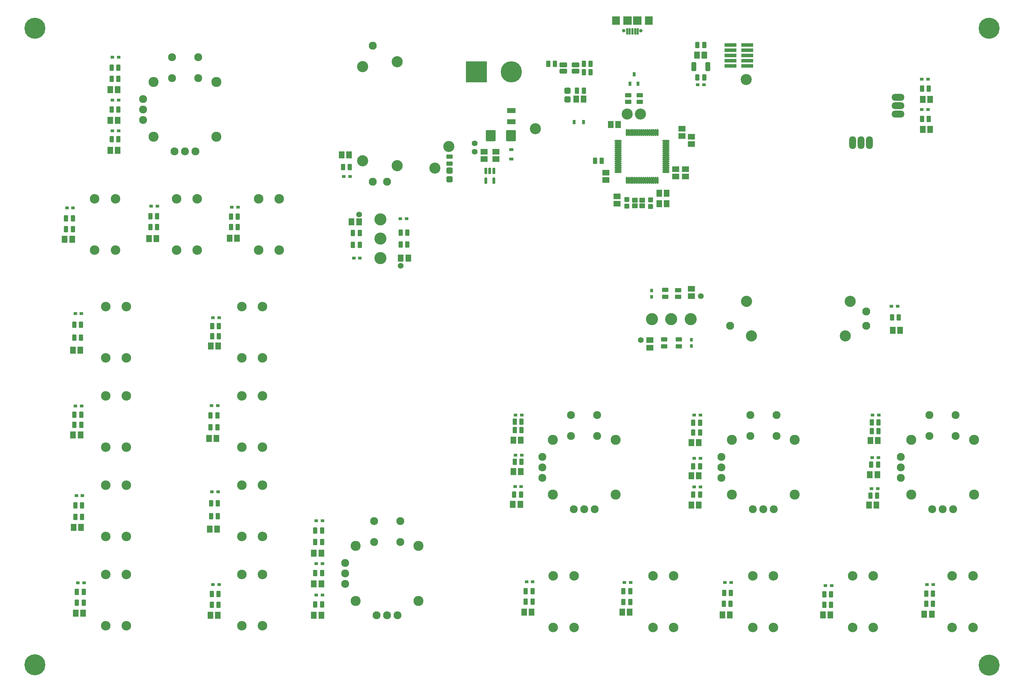
<source format=gts>
G04*
G04 #@! TF.GenerationSoftware,Altium Limited,Altium Designer,19.1.7 (138)*
G04*
G04 Layer_Color=8388736*
%FSAX25Y25*%
%MOIN*%
G70*
G01*
G75*
%ADD43O,0.06890X0.01772*%
%ADD44O,0.01772X0.06890*%
%ADD45R,0.03071X0.03858*%
G04:AMPARAMS|DCode=46|XSize=55.12mil|YSize=45.28mil|CornerRadius=5.91mil|HoleSize=0mil|Usage=FLASHONLY|Rotation=180.000|XOffset=0mil|YOffset=0mil|HoleType=Round|Shape=RoundedRectangle|*
%AMROUNDEDRECTD46*
21,1,0.05512,0.03347,0,0,180.0*
21,1,0.04331,0.04528,0,0,180.0*
1,1,0.01181,-0.02165,0.01673*
1,1,0.01181,0.02165,0.01673*
1,1,0.01181,0.02165,-0.01673*
1,1,0.01181,-0.02165,-0.01673*
%
%ADD46ROUNDEDRECTD46*%
G04:AMPARAMS|DCode=47|XSize=45.28mil|YSize=84.65mil|CornerRadius=5.91mil|HoleSize=0mil|Usage=FLASHONLY|Rotation=180.000|XOffset=0mil|YOffset=0mil|HoleType=Round|Shape=RoundedRectangle|*
%AMROUNDEDRECTD47*
21,1,0.04528,0.07284,0,0,180.0*
21,1,0.03347,0.08465,0,0,180.0*
1,1,0.01181,-0.01673,0.03642*
1,1,0.01181,0.01673,0.03642*
1,1,0.01181,0.01673,-0.03642*
1,1,0.01181,-0.01673,-0.03642*
%
%ADD47ROUNDEDRECTD47*%
G04:AMPARAMS|DCode=48|XSize=61.02mil|YSize=41.34mil|CornerRadius=5.61mil|HoleSize=0mil|Usage=FLASHONLY|Rotation=270.000|XOffset=0mil|YOffset=0mil|HoleType=Round|Shape=RoundedRectangle|*
%AMROUNDEDRECTD48*
21,1,0.06102,0.03012,0,0,270.0*
21,1,0.04980,0.04134,0,0,270.0*
1,1,0.01122,-0.01506,-0.02490*
1,1,0.01122,-0.01506,0.02490*
1,1,0.01122,0.01506,0.02490*
1,1,0.01122,0.01506,-0.02490*
%
%ADD48ROUNDEDRECTD48*%
G04:AMPARAMS|DCode=49|XSize=61.02mil|YSize=41.34mil|CornerRadius=5.61mil|HoleSize=0mil|Usage=FLASHONLY|Rotation=180.000|XOffset=0mil|YOffset=0mil|HoleType=Round|Shape=RoundedRectangle|*
%AMROUNDEDRECTD49*
21,1,0.06102,0.03012,0,0,180.0*
21,1,0.04980,0.04134,0,0,180.0*
1,1,0.01122,-0.02490,0.01506*
1,1,0.01122,0.02490,0.01506*
1,1,0.01122,0.02490,-0.01506*
1,1,0.01122,-0.02490,-0.01506*
%
%ADD49ROUNDEDRECTD49*%
%ADD50R,0.08071X0.08071*%
%ADD51R,0.07677X0.08071*%
%ADD52R,0.02165X0.05906*%
%ADD53R,0.11400X0.03300*%
%ADD54R,0.08200X0.04700*%
%ADD55R,0.02953X0.04134*%
G04:AMPARAMS|DCode=56|XSize=57.09mil|YSize=57.09mil|CornerRadius=8.07mil|HoleSize=0mil|Usage=FLASHONLY|Rotation=90.000|XOffset=0mil|YOffset=0mil|HoleType=Round|Shape=RoundedRectangle|*
%AMROUNDEDRECTD56*
21,1,0.05709,0.04095,0,0,90.0*
21,1,0.04095,0.05709,0,0,90.0*
1,1,0.01614,0.02047,0.02047*
1,1,0.01614,0.02047,-0.02047*
1,1,0.01614,-0.02047,-0.02047*
1,1,0.01614,-0.02047,0.02047*
%
%ADD56ROUNDEDRECTD56*%
G04:AMPARAMS|DCode=57|XSize=45.28mil|YSize=72.84mil|CornerRadius=6.89mil|HoleSize=0mil|Usage=FLASHONLY|Rotation=270.000|XOffset=0mil|YOffset=0mil|HoleType=Round|Shape=RoundedRectangle|*
%AMROUNDEDRECTD57*
21,1,0.04528,0.05906,0,0,270.0*
21,1,0.03150,0.07284,0,0,270.0*
1,1,0.01378,-0.02953,-0.01575*
1,1,0.01378,-0.02953,0.01575*
1,1,0.01378,0.02953,0.01575*
1,1,0.01378,0.02953,-0.01575*
%
%ADD57ROUNDEDRECTD57*%
G04:AMPARAMS|DCode=58|XSize=96.46mil|YSize=104.33mil|CornerRadius=9.74mil|HoleSize=0mil|Usage=FLASHONLY|Rotation=180.000|XOffset=0mil|YOffset=0mil|HoleType=Round|Shape=RoundedRectangle|*
%AMROUNDEDRECTD58*
21,1,0.09646,0.08484,0,0,180.0*
21,1,0.07697,0.10433,0,0,180.0*
1,1,0.01949,-0.03848,0.04242*
1,1,0.01949,0.03848,0.04242*
1,1,0.01949,0.03848,-0.04242*
1,1,0.01949,-0.03848,-0.04242*
%
%ADD58ROUNDEDRECTD58*%
%ADD59R,0.03858X0.03071*%
G04:AMPARAMS|DCode=60|XSize=55.12mil|YSize=68.9mil|CornerRadius=7.87mil|HoleSize=0mil|Usage=FLASHONLY|Rotation=180.000|XOffset=0mil|YOffset=0mil|HoleType=Round|Shape=RoundedRectangle|*
%AMROUNDEDRECTD60*
21,1,0.05512,0.05315,0,0,180.0*
21,1,0.03937,0.06890,0,0,180.0*
1,1,0.01575,-0.01968,0.02657*
1,1,0.01575,0.01968,0.02657*
1,1,0.01575,0.01968,-0.02657*
1,1,0.01575,-0.01968,-0.02657*
%
%ADD60ROUNDEDRECTD60*%
G04:AMPARAMS|DCode=61|XSize=55.12mil|YSize=68.9mil|CornerRadius=7.87mil|HoleSize=0mil|Usage=FLASHONLY|Rotation=90.000|XOffset=0mil|YOffset=0mil|HoleType=Round|Shape=RoundedRectangle|*
%AMROUNDEDRECTD61*
21,1,0.05512,0.05315,0,0,90.0*
21,1,0.03937,0.06890,0,0,90.0*
1,1,0.01575,0.02657,0.01968*
1,1,0.01575,0.02657,-0.01968*
1,1,0.01575,-0.02657,-0.01968*
1,1,0.01575,-0.02657,0.01968*
%
%ADD61ROUNDEDRECTD61*%
G04:AMPARAMS|DCode=62|XSize=49.21mil|YSize=45.28mil|CornerRadius=6.89mil|HoleSize=0mil|Usage=FLASHONLY|Rotation=0.000|XOffset=0mil|YOffset=0mil|HoleType=Round|Shape=RoundedRectangle|*
%AMROUNDEDRECTD62*
21,1,0.04921,0.03150,0,0,0.0*
21,1,0.03543,0.04528,0,0,0.0*
1,1,0.01378,0.01772,-0.01575*
1,1,0.01378,-0.01772,-0.01575*
1,1,0.01378,-0.01772,0.01575*
1,1,0.01378,0.01772,0.01575*
%
%ADD62ROUNDEDRECTD62*%
G04:AMPARAMS|DCode=63|XSize=29.53mil|YSize=59.06mil|CornerRadius=4.72mil|HoleSize=0mil|Usage=FLASHONLY|Rotation=180.000|XOffset=0mil|YOffset=0mil|HoleType=Round|Shape=RoundedRectangle|*
%AMROUNDEDRECTD63*
21,1,0.02953,0.04961,0,0,180.0*
21,1,0.02008,0.05906,0,0,180.0*
1,1,0.00945,-0.01004,0.02480*
1,1,0.00945,0.01004,0.02480*
1,1,0.00945,0.01004,-0.02480*
1,1,0.00945,-0.01004,-0.02480*
%
%ADD63ROUNDEDRECTD63*%
G04:AMPARAMS|DCode=64|XSize=33.47mil|YSize=29.53mil|CornerRadius=4.72mil|HoleSize=0mil|Usage=FLASHONLY|Rotation=180.000|XOffset=0mil|YOffset=0mil|HoleType=Round|Shape=RoundedRectangle|*
%AMROUNDEDRECTD64*
21,1,0.03347,0.02008,0,0,180.0*
21,1,0.02402,0.02953,0,0,180.0*
1,1,0.00945,-0.01201,0.01004*
1,1,0.00945,0.01201,0.01004*
1,1,0.00945,0.01201,-0.01004*
1,1,0.00945,-0.01201,-0.01004*
%
%ADD64ROUNDEDRECTD64*%
G04:AMPARAMS|DCode=65|XSize=33.47mil|YSize=29.53mil|CornerRadius=4.72mil|HoleSize=0mil|Usage=FLASHONLY|Rotation=270.000|XOffset=0mil|YOffset=0mil|HoleType=Round|Shape=RoundedRectangle|*
%AMROUNDEDRECTD65*
21,1,0.03347,0.02008,0,0,270.0*
21,1,0.02402,0.02953,0,0,270.0*
1,1,0.00945,-0.01004,-0.01201*
1,1,0.00945,-0.01004,0.01201*
1,1,0.00945,0.01004,0.01201*
1,1,0.00945,0.01004,-0.01201*
%
%ADD65ROUNDEDRECTD65*%
%ADD66O,0.06497X0.12403*%
%ADD67O,0.12403X0.06497*%
%ADD68C,0.09091*%
%ADD69C,0.20079*%
%ADD70C,0.07591*%
%ADD71C,0.09591*%
%ADD72C,0.07677*%
%ADD73C,0.10630*%
%ADD74C,0.10591*%
%ADD75C,0.11516*%
%ADD76C,0.20276*%
%ADD77R,0.20276X0.20276*%
%ADD78C,0.03347*%
%ADD79C,0.05591*%
D43*
X0580165Y0493236D02*
D03*
Y0495205D02*
D03*
Y0497173D02*
D03*
Y0499142D02*
D03*
Y0501110D02*
D03*
Y0503079D02*
D03*
Y0505047D02*
D03*
Y0507016D02*
D03*
Y0508984D02*
D03*
Y0510953D02*
D03*
Y0512921D02*
D03*
Y0514890D02*
D03*
Y0516858D02*
D03*
Y0518827D02*
D03*
Y0520795D02*
D03*
Y0522764D02*
D03*
X0625835D02*
D03*
Y0520795D02*
D03*
Y0518827D02*
D03*
Y0516858D02*
D03*
Y0514890D02*
D03*
Y0512921D02*
D03*
Y0510953D02*
D03*
Y0508984D02*
D03*
Y0507016D02*
D03*
Y0505047D02*
D03*
Y0503079D02*
D03*
Y0501110D02*
D03*
Y0499142D02*
D03*
Y0497173D02*
D03*
Y0495205D02*
D03*
Y0493236D02*
D03*
D44*
X0588236Y0530835D02*
D03*
X0590205D02*
D03*
X0592173D02*
D03*
X0594142D02*
D03*
X0596110D02*
D03*
X0598079D02*
D03*
X0600047D02*
D03*
X0602016D02*
D03*
X0603984D02*
D03*
X0605953D02*
D03*
X0607921D02*
D03*
X0609890D02*
D03*
X0611858D02*
D03*
X0613827D02*
D03*
X0615795D02*
D03*
X0617764D02*
D03*
Y0485165D02*
D03*
X0615795D02*
D03*
X0613827D02*
D03*
X0611858D02*
D03*
X0609890D02*
D03*
X0607921D02*
D03*
X0605953D02*
D03*
X0603984D02*
D03*
X0602016D02*
D03*
X0600047D02*
D03*
X0598079D02*
D03*
X0596110D02*
D03*
X0594142D02*
D03*
X0592173D02*
D03*
X0590205D02*
D03*
X0588236D02*
D03*
D45*
X0538110Y0541000D02*
D03*
X0546890D02*
D03*
D46*
X0602846Y0460941D02*
D03*
Y0466059D02*
D03*
X0596153D02*
D03*
Y0460941D02*
D03*
D47*
X0652307Y0594000D02*
D03*
X0665693D02*
D03*
D48*
X0067213Y0251429D02*
D03*
X0060716D02*
D03*
X0198500Y0079510D02*
D03*
X0192004D02*
D03*
X0060716Y0261252D02*
D03*
X0067213D02*
D03*
X0192004Y0090000D02*
D03*
X0198500D02*
D03*
X0067098Y0334929D02*
D03*
X0060602D02*
D03*
X0197689Y0164096D02*
D03*
X0191193D02*
D03*
X0060602Y0347252D02*
D03*
X0067098D02*
D03*
X0191193Y0176585D02*
D03*
X0197689D02*
D03*
X0068098Y0163596D02*
D03*
X0061602D02*
D03*
X0198736Y0336262D02*
D03*
X0192240D02*
D03*
X0061602Y0174585D02*
D03*
X0068098D02*
D03*
X0192240Y0345919D02*
D03*
X0198736D02*
D03*
X0297213Y0109841D02*
D03*
X0290717D02*
D03*
X0297213Y0079840D02*
D03*
X0290717D02*
D03*
X0069598Y0081429D02*
D03*
X0063102D02*
D03*
X0197236Y0249262D02*
D03*
X0190740D02*
D03*
X0063102Y0091752D02*
D03*
X0069598D02*
D03*
X0297213Y0139596D02*
D03*
X0290717D02*
D03*
X0190740Y0260419D02*
D03*
X0197236D02*
D03*
X0290717Y0150585D02*
D03*
X0297213D02*
D03*
X0828213Y0213381D02*
D03*
X0821716D02*
D03*
X0827500Y0184000D02*
D03*
X0821004D02*
D03*
X0498248Y0082596D02*
D03*
X0491752D02*
D03*
X0828713Y0245526D02*
D03*
X0822217D02*
D03*
X0491752Y0092585D02*
D03*
X0498248D02*
D03*
X0822217Y0253801D02*
D03*
X0828713D02*
D03*
X0591598Y0082262D02*
D03*
X0585102D02*
D03*
Y0092419D02*
D03*
X0591598D02*
D03*
X0658236Y0212037D02*
D03*
X0651740D02*
D03*
X0658236Y0184714D02*
D03*
X0651740D02*
D03*
X0658236Y0244360D02*
D03*
X0651740D02*
D03*
X0687496Y0080510D02*
D03*
X0681000D02*
D03*
X0681252Y0091000D02*
D03*
X0687748D02*
D03*
X0651740Y0253467D02*
D03*
X0658236D02*
D03*
X0841539Y0354090D02*
D03*
X0848035D02*
D03*
X0487736Y0216158D02*
D03*
X0481240D02*
D03*
X0783496Y0079510D02*
D03*
X0777000D02*
D03*
Y0089500D02*
D03*
X0783496D02*
D03*
X0487236Y0184815D02*
D03*
X0480740D02*
D03*
X0487736Y0246471D02*
D03*
X0481240D02*
D03*
Y0254523D02*
D03*
X0487736D02*
D03*
X0880748Y0080500D02*
D03*
X0874252D02*
D03*
X0874216Y0090252D02*
D03*
X0880713D02*
D03*
X0372252Y0424000D02*
D03*
X0378748D02*
D03*
X0333248Y0435000D02*
D03*
X0326752D02*
D03*
X0378799Y0435197D02*
D03*
X0372303D02*
D03*
X0326752Y0423500D02*
D03*
X0333248D02*
D03*
X0102748Y0553000D02*
D03*
X0096252D02*
D03*
X0059213Y0438500D02*
D03*
X0052716D02*
D03*
X0102748Y0524500D02*
D03*
X0096252D02*
D03*
X0052752Y0449000D02*
D03*
X0059248D02*
D03*
X0102748Y0582343D02*
D03*
X0096252D02*
D03*
Y0593000D02*
D03*
X0102748D02*
D03*
X0139713Y0440500D02*
D03*
X0133217D02*
D03*
X0133252Y0451000D02*
D03*
X0139748D02*
D03*
X0870252Y0544000D02*
D03*
X0876748D02*
D03*
X0870252Y0572840D02*
D03*
X0876748D02*
D03*
X0216713Y0440500D02*
D03*
X0210216D02*
D03*
X0210252Y0450500D02*
D03*
X0216748D02*
D03*
X0323748Y0498000D02*
D03*
X0317252D02*
D03*
X0540829Y0570783D02*
D03*
X0547325D02*
D03*
X0662248Y0583500D02*
D03*
X0655752D02*
D03*
X0662248Y0614500D02*
D03*
X0655752D02*
D03*
X0564500Y0504000D02*
D03*
X0558004D02*
D03*
X0547252Y0596500D02*
D03*
X0553748D02*
D03*
X0513252D02*
D03*
X0519748D02*
D03*
X0547252Y0588500D02*
D03*
X0553748D02*
D03*
D49*
X0637429Y0373787D02*
D03*
Y0380283D02*
D03*
X0624096Y0333098D02*
D03*
Y0326602D02*
D03*
X0625000Y0380496D02*
D03*
Y0374000D02*
D03*
X0638085Y0326602D02*
D03*
Y0333098D02*
D03*
X0589649Y0566573D02*
D03*
Y0560077D02*
D03*
X0600649Y0566573D02*
D03*
Y0560077D02*
D03*
X0419000Y0501252D02*
D03*
Y0507748D02*
D03*
D50*
X0598355Y0637954D02*
D03*
X0588906D02*
D03*
D51*
X0609379D02*
D03*
X0577883D02*
D03*
D52*
X0598749Y0627423D02*
D03*
X0588513D02*
D03*
X0596190D02*
D03*
X0593631D02*
D03*
X0591072D02*
D03*
D53*
X0703500Y0594500D02*
D03*
X0687500D02*
D03*
X0703500Y0599500D02*
D03*
X0687500D02*
D03*
X0703500Y0604500D02*
D03*
X0687500D02*
D03*
X0703500Y0609500D02*
D03*
X0687500D02*
D03*
X0703500Y0614500D02*
D03*
X0687500D02*
D03*
D54*
X0478000Y0541250D02*
D03*
Y0551750D02*
D03*
D55*
X0595200Y0586550D02*
D03*
X0598940Y0577495D02*
D03*
X0591460D02*
D03*
D56*
X0531577Y0562515D02*
D03*
Y0570783D02*
D03*
X0419000Y0486366D02*
D03*
Y0494634D02*
D03*
D57*
X0539405Y0589547D02*
D03*
Y0595453D02*
D03*
X0527595D02*
D03*
Y0589547D02*
D03*
D58*
X0477646Y0528000D02*
D03*
X0458354D02*
D03*
D59*
X0478000Y0505610D02*
D03*
Y0514390D02*
D03*
D60*
X0059476Y0242000D02*
D03*
X0066524D02*
D03*
X0190764Y0069415D02*
D03*
X0197811D02*
D03*
X0059362Y0323000D02*
D03*
X0066409D02*
D03*
X0189953Y0152000D02*
D03*
X0197000D02*
D03*
X0059976Y0153500D02*
D03*
X0067024D02*
D03*
X0191000Y0327000D02*
D03*
X0198047D02*
D03*
X0289476Y0099500D02*
D03*
X0296524D02*
D03*
X0289476Y0069500D02*
D03*
X0296524D02*
D03*
X0289476Y0129000D02*
D03*
X0296524D02*
D03*
X0061862Y0071500D02*
D03*
X0068909D02*
D03*
X0189453Y0238500D02*
D03*
X0196500D02*
D03*
X0820476Y0204000D02*
D03*
X0827524D02*
D03*
X0819764Y0174797D02*
D03*
X0826811D02*
D03*
X0820976Y0236500D02*
D03*
X0828024D02*
D03*
X0490453Y0072500D02*
D03*
X0497500D02*
D03*
X0583862D02*
D03*
X0590909D02*
D03*
X0649953Y0203000D02*
D03*
X0657000D02*
D03*
X0649953Y0175000D02*
D03*
X0657000D02*
D03*
X0649976Y0234500D02*
D03*
X0657024D02*
D03*
X0679760Y0069915D02*
D03*
X0686807D02*
D03*
X0849276Y0342000D02*
D03*
X0842228D02*
D03*
X0479976Y0207000D02*
D03*
X0487024D02*
D03*
X0479476Y0175500D02*
D03*
X0486524D02*
D03*
X0479976Y0237000D02*
D03*
X0487024D02*
D03*
X0775760Y0069915D02*
D03*
X0782807D02*
D03*
X0872476Y0070500D02*
D03*
X0879524D02*
D03*
X0379524Y0411000D02*
D03*
X0372476D02*
D03*
X0325476Y0445500D02*
D03*
X0332524D02*
D03*
X0095012Y0542500D02*
D03*
X0102059D02*
D03*
X0095012Y0514000D02*
D03*
X0102059D02*
D03*
X0095012Y0572000D02*
D03*
X0102059D02*
D03*
X0051476Y0429000D02*
D03*
X0058524D02*
D03*
X0131976Y0429500D02*
D03*
X0139024D02*
D03*
X0877988Y0534000D02*
D03*
X0870941D02*
D03*
X0877988Y0562500D02*
D03*
X0870941D02*
D03*
X0208976Y0430000D02*
D03*
X0216024D02*
D03*
X0315976Y0509500D02*
D03*
X0323024D02*
D03*
X0540030Y0562783D02*
D03*
X0547077D02*
D03*
X0662500Y0605000D02*
D03*
X0655453D02*
D03*
X0626476Y0463000D02*
D03*
X0619429D02*
D03*
X0626500Y0473000D02*
D03*
X0619453D02*
D03*
X0572976Y0538500D02*
D03*
X0580024D02*
D03*
D61*
X0650000Y0381524D02*
D03*
Y0374476D02*
D03*
X0610500Y0325362D02*
D03*
Y0332409D02*
D03*
X0650000Y0519976D02*
D03*
Y0527024D02*
D03*
X0579000Y0470024D02*
D03*
Y0462976D02*
D03*
X0568500Y0485476D02*
D03*
Y0492524D02*
D03*
X0641000Y0534524D02*
D03*
Y0527476D02*
D03*
X0635000Y0496024D02*
D03*
Y0488976D02*
D03*
X0644500Y0496024D02*
D03*
Y0488976D02*
D03*
X0452000Y0512500D02*
D03*
Y0505453D02*
D03*
X0463500Y0512500D02*
D03*
Y0505453D02*
D03*
D62*
X0588500Y0466799D02*
D03*
Y0460500D02*
D03*
X0611000Y0460350D02*
D03*
Y0466650D02*
D03*
D63*
X0461174Y0494303D02*
D03*
X0457434D02*
D03*
X0453694D02*
D03*
Y0484972D02*
D03*
X0461174D02*
D03*
D64*
X0875122Y0099000D02*
D03*
X0881106D02*
D03*
X0777906Y0097915D02*
D03*
X0783890D02*
D03*
X0681906Y0100915D02*
D03*
X0687890D02*
D03*
X0586008Y0101000D02*
D03*
X0591992D02*
D03*
X0492508Y0101500D02*
D03*
X0498492D02*
D03*
X0482146Y0261000D02*
D03*
X0488130D02*
D03*
X0481508Y0192500D02*
D03*
X0487492D02*
D03*
X0482146Y0222636D02*
D03*
X0488130D02*
D03*
X0823122Y0261000D02*
D03*
X0829106D02*
D03*
X0822622Y0220080D02*
D03*
X0828606D02*
D03*
X0821909Y0190700D02*
D03*
X0827894D02*
D03*
X0652646Y0192247D02*
D03*
X0658630D02*
D03*
X0652646Y0219569D02*
D03*
X0658630D02*
D03*
X0652646Y0261000D02*
D03*
X0658630D02*
D03*
X0875842Y0553000D02*
D03*
X0869858D02*
D03*
X0875842Y0582000D02*
D03*
X0869858D02*
D03*
X0291622Y0160000D02*
D03*
X0297606D02*
D03*
X0291622Y0089000D02*
D03*
X0297606D02*
D03*
X0291622Y0119000D02*
D03*
X0297606D02*
D03*
X0193146Y0354000D02*
D03*
X0199130D02*
D03*
X0062508Y0184000D02*
D03*
X0068492D02*
D03*
X0191646Y0270000D02*
D03*
X0197630D02*
D03*
X0064008Y0100500D02*
D03*
X0069992D02*
D03*
X0192098Y0187500D02*
D03*
X0198083D02*
D03*
X0061508Y0358000D02*
D03*
X0067492D02*
D03*
X0847130Y0365000D02*
D03*
X0841146D02*
D03*
X0318008Y0489000D02*
D03*
X0323992D02*
D03*
X0327508Y0411000D02*
D03*
X0333492D02*
D03*
X0377992Y0448500D02*
D03*
X0372008D02*
D03*
X0211008Y0459500D02*
D03*
X0216992D02*
D03*
X0134008Y0460500D02*
D03*
X0139992D02*
D03*
X0053508Y0459000D02*
D03*
X0059492D02*
D03*
X0097158Y0532500D02*
D03*
X0103142D02*
D03*
X0097158Y0562000D02*
D03*
X0103142D02*
D03*
X0097008Y0603000D02*
D03*
X0102992D02*
D03*
X0067606Y0269500D02*
D03*
X0061622D02*
D03*
X0198894Y0098915D02*
D03*
X0192909D02*
D03*
X0656000Y0576500D02*
D03*
X0661984D02*
D03*
D65*
X0650000Y0327016D02*
D03*
Y0333000D02*
D03*
X0611870Y0379984D02*
D03*
Y0374000D02*
D03*
D66*
X0804126Y0521067D02*
D03*
X0819874D02*
D03*
X0812000D02*
D03*
D67*
X0847433Y0548626D02*
D03*
Y0564374D02*
D03*
Y0556500D02*
D03*
D68*
X0899157Y0057894D02*
D03*
X0918843D02*
D03*
Y0107106D02*
D03*
X0899157D02*
D03*
X0803907Y0057894D02*
D03*
X0823593D02*
D03*
Y0107106D02*
D03*
X0803907D02*
D03*
X0708657Y0057894D02*
D03*
X0728343D02*
D03*
Y0107106D02*
D03*
X0708657D02*
D03*
X0613407Y0057894D02*
D03*
X0633093D02*
D03*
Y0107106D02*
D03*
X0613407D02*
D03*
X0518157Y0057894D02*
D03*
X0537843D02*
D03*
Y0107106D02*
D03*
X0518157D02*
D03*
X0090657Y0279273D02*
D03*
X0110343D02*
D03*
Y0230061D02*
D03*
X0090657D02*
D03*
X0220657Y0108606D02*
D03*
X0240343D02*
D03*
Y0059394D02*
D03*
X0220657D02*
D03*
X0090657Y0364606D02*
D03*
X0110343D02*
D03*
Y0315394D02*
D03*
X0090657D02*
D03*
X0220657Y0193939D02*
D03*
X0240343D02*
D03*
Y0144727D02*
D03*
X0220657D02*
D03*
X0090657Y0193939D02*
D03*
X0110343D02*
D03*
Y0144727D02*
D03*
X0090657D02*
D03*
X0220657Y0364606D02*
D03*
X0240343D02*
D03*
Y0315394D02*
D03*
X0220657D02*
D03*
X0090657Y0108606D02*
D03*
X0110343D02*
D03*
Y0059394D02*
D03*
X0090657D02*
D03*
X0220657Y0279273D02*
D03*
X0240343D02*
D03*
Y0230061D02*
D03*
X0220657D02*
D03*
X0080157Y0467606D02*
D03*
X0099843D02*
D03*
Y0418394D02*
D03*
X0080157D02*
D03*
X0158407Y0467606D02*
D03*
X0178093D02*
D03*
Y0418394D02*
D03*
X0158407D02*
D03*
X0236657Y0467606D02*
D03*
X0256343D02*
D03*
Y0418394D02*
D03*
X0236657D02*
D03*
D69*
X0023000Y0630600D02*
D03*
X0934500Y0022000D02*
D03*
X0023000Y0022200D02*
D03*
X0934500Y0630600D02*
D03*
D70*
X0535167Y0261000D02*
D03*
X0560167D02*
D03*
X0535167Y0241000D02*
D03*
X0560167D02*
D03*
X0537667Y0171000D02*
D03*
X0547667D02*
D03*
X0557667D02*
D03*
X0507667Y0221000D02*
D03*
Y0211000D02*
D03*
Y0201000D02*
D03*
X0319500Y0099500D02*
D03*
Y0109500D02*
D03*
Y0119500D02*
D03*
X0369500Y0069500D02*
D03*
X0359500D02*
D03*
X0349500D02*
D03*
X0372000Y0139500D02*
D03*
X0347000D02*
D03*
X0372000Y0159500D02*
D03*
X0347000D02*
D03*
X0850000Y0201000D02*
D03*
Y0211000D02*
D03*
Y0221000D02*
D03*
X0900000Y0171000D02*
D03*
X0890000D02*
D03*
X0880000D02*
D03*
X0902500Y0241000D02*
D03*
X0877500D02*
D03*
X0902500Y0261000D02*
D03*
X0877500D02*
D03*
X0678833Y0201000D02*
D03*
Y0211000D02*
D03*
Y0221000D02*
D03*
X0728833Y0171000D02*
D03*
X0718833D02*
D03*
X0708833D02*
D03*
X0731333Y0241000D02*
D03*
X0706333D02*
D03*
X0731333Y0261000D02*
D03*
X0706333D02*
D03*
X0126500Y0543000D02*
D03*
Y0553000D02*
D03*
Y0563000D02*
D03*
X0176500Y0513000D02*
D03*
X0166500D02*
D03*
X0156500D02*
D03*
X0179000Y0583000D02*
D03*
X0154000D02*
D03*
X0179000Y0603000D02*
D03*
X0154000D02*
D03*
D71*
X0517667Y0237250D02*
D03*
Y0184750D02*
D03*
X0577667D02*
D03*
Y0237250D02*
D03*
X0389500Y0135750D02*
D03*
Y0083250D02*
D03*
X0329500D02*
D03*
Y0135750D02*
D03*
X0920000Y0237250D02*
D03*
Y0184750D02*
D03*
X0860000D02*
D03*
Y0237250D02*
D03*
X0748833D02*
D03*
Y0184750D02*
D03*
X0688833D02*
D03*
Y0237250D02*
D03*
X0196500Y0579250D02*
D03*
Y0526750D02*
D03*
X0136500D02*
D03*
Y0579250D02*
D03*
D72*
X0817087Y0346146D02*
D03*
Y0359925D02*
D03*
X0687165Y0346146D02*
D03*
X0345646Y0483921D02*
D03*
X0359425D02*
D03*
X0345646Y0613842D02*
D03*
D73*
X0801732Y0369571D02*
D03*
X0797008Y0336500D02*
D03*
X0707244D02*
D03*
X0702520Y0369571D02*
D03*
X0369071Y0499276D02*
D03*
X0336000Y0504000D02*
D03*
Y0593764D02*
D03*
X0369071Y0598488D02*
D03*
D74*
X0588700Y0548500D02*
D03*
X0601500Y0548600D02*
D03*
X0702500Y0581500D02*
D03*
X0405000Y0497000D02*
D03*
X0418500Y0517500D02*
D03*
X0501000Y0534500D02*
D03*
D75*
X0649248Y0352500D02*
D03*
X0630744D02*
D03*
X0612240D02*
D03*
X0353000Y0410996D02*
D03*
Y0429500D02*
D03*
Y0448004D02*
D03*
D76*
X0478000Y0589000D02*
D03*
D77*
X0444535D02*
D03*
D78*
X0601800Y0628308D02*
D03*
X0585461D02*
D03*
D79*
X0443000Y0520500D02*
D03*
Y0512500D02*
D03*
X0372476Y0403524D02*
D03*
X0332524Y0452476D02*
D03*
X0601591Y0332409D02*
D03*
X0659000Y0374500D02*
D03*
M02*

</source>
